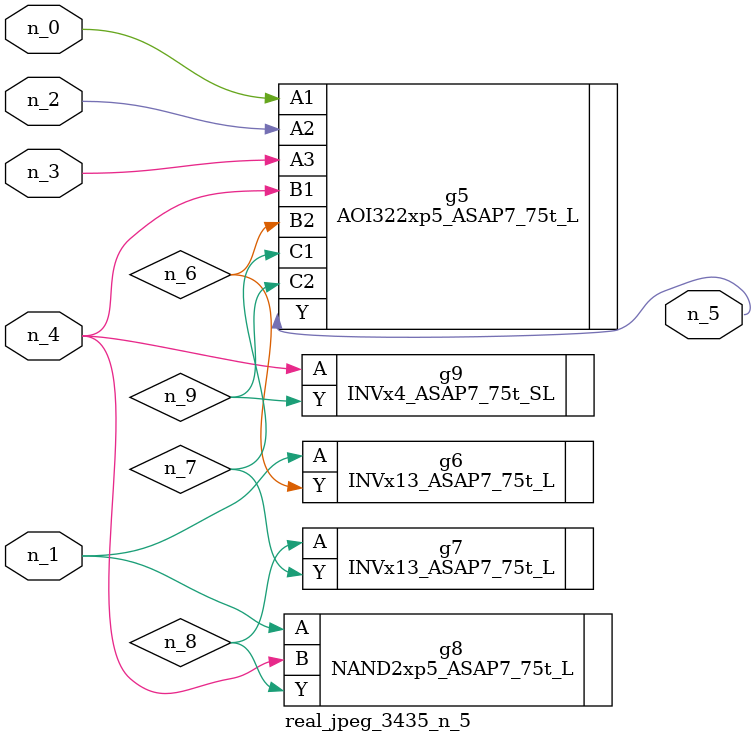
<source format=v>
module real_jpeg_3435_n_5 (n_4, n_0, n_1, n_2, n_3, n_5);

input n_4;
input n_0;
input n_1;
input n_2;
input n_3;

output n_5;

wire n_8;
wire n_6;
wire n_7;
wire n_9;

AOI322xp5_ASAP7_75t_L g5 ( 
.A1(n_0),
.A2(n_2),
.A3(n_3),
.B1(n_4),
.B2(n_6),
.C1(n_7),
.C2(n_9),
.Y(n_5)
);

INVx13_ASAP7_75t_L g6 ( 
.A(n_1),
.Y(n_6)
);

NAND2xp5_ASAP7_75t_L g8 ( 
.A(n_1),
.B(n_4),
.Y(n_8)
);

INVx4_ASAP7_75t_SL g9 ( 
.A(n_4),
.Y(n_9)
);

INVx13_ASAP7_75t_L g7 ( 
.A(n_8),
.Y(n_7)
);


endmodule
</source>
